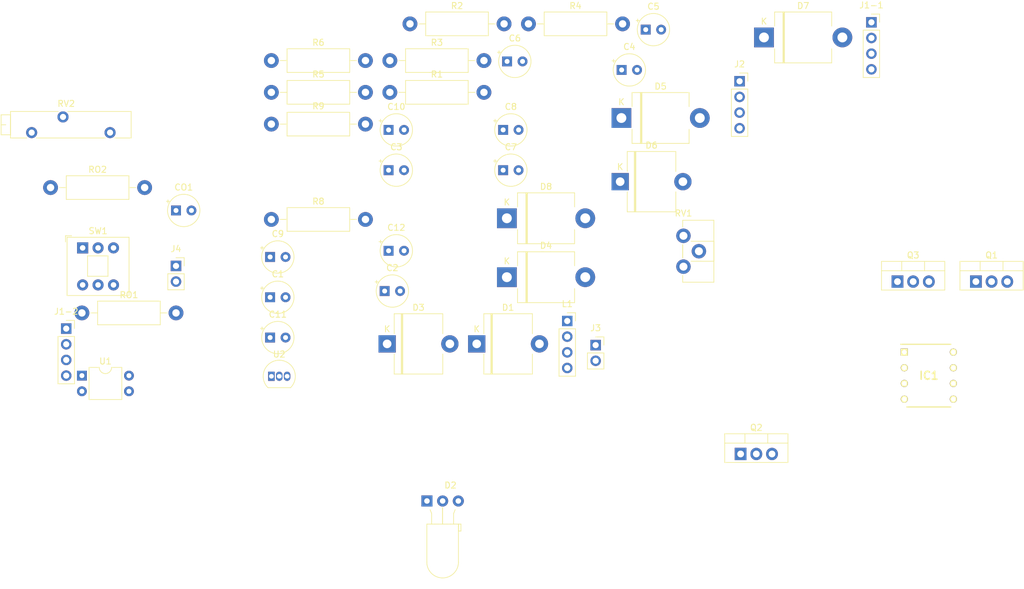
<source format=kicad_pcb>
(kicad_pcb (version 20211014) (generator pcbnew)
  (layers (0 "F.Cu" signal) (31 "B.Cu" signal) (34 "B.Paste" user) (35 "F.Paste" user) (36 "B.SilkS" user "B.Silkscreen") (37 "F.SilkS" user "F.Silkscreen") (38 "B.Mask" user) (39 "F.Mask" user) (44 "Edge.Cuts" user))
  (net 0 "")
  (net 1 "Net-(D1-Pad1)")
  (net 2 "GND")
  (net 3 "Net-(C6-Pad1)")
  (net 4 "Net-(IC1-Pad3)")
  (net 5 "+5V")
  (net 6 "Net-(R4-Pad1)")
  (net 7 "Net-(L1-Pad1)")
  (net 8 "Net-(CO1-Pad1)")
  (net 9 "Net-(CO1-Pad2)")
  (net 10 "Net-(R1-Pad2)")
  (net 11 "Net-(D3-Pad1)")
  (net 12 "Net-(D4-Pad2)")
  (net 13 "Net-(D4-Pad1)")
  (net 14 "Net-(D8-Pad1)")
  (net 15 "Net-(D6-Pad2)")
  (net 16 "Net-(R5-Pad1)")
  (net 17 "Net-(R8-Pad1)")
  (net 18 "Net-(R3-Pad1)")
  (net 19 "Net-(J1-2-Pad3)")
  (net 20 "Net-(U1-Pad4)")
  (net 21 "Net-(Q3-Pad2)")
  (net 22 "Net-(Q1-Pad2)")
  (net 23 "Net-(J4-Pad1)")
  (net 24 "Net-(U1-Pad2)")
  (net 25 "Net-(Q2-Pad1)")
  (net 26 "Net-(R6-Pad2)")
  (net 27 "Net-(R8-Pad2)")
  (net 28 "Net-(U1-Pad1)")
  (net 29 "Net-(U1-Pad3)")
  (net 30 "Net-(RV2-Pad2)")
  (footprint "Diode_THT:D_5KP_P10.16mm_Horizontal" (layer "F.Cu") (at 150.67 82.865)
    (fp_text reference "D6" (at 5.08 -5.885) (layer "F.SilkS"))
    (fp_text value "1N5819")
    (fp_text user "K" (at 0 -2.4) (layer "F.SilkS"))
    (fp_line (start 9.01 -4.885) (end 9.01 -1.64) (layer "F.SilkS") (width 0.12))
    (fp_line (start 1.15 -4.885) (end 9.01 -4.885) (layer "F.SilkS") (width 0.12))
    (fp_line (start 2.533 -4.885) (end 2.533 4.885) (layer "F.SilkS") (width 0.12))
    (fp_line (start 2.413 -4.885) (end 2.413 4.885) (layer "F.SilkS") (width 0.12))
    (fp_line (start 1.15 -1.64) (end 1.15 -4.885) (layer "F.SilkS") (width 0.12))
    (fp_line (start 1.15 4.885) (end 9.01 4.885) (layer "F.SilkS") (width 0.12))
    (fp_line (start 9.01 4.885) (end 9.01 1.64) (layer "F.SilkS") (width 0.12))
    (fp_line (start 2.293 -4.885) (end 2.293 4.885) (layer "F.SilkS") (width 0.12))
    (fp_line (start 1.15 1.64) (end 1.15 4.885) (layer "F.SilkS") (width 0.12))
    (pad "1" thru_hole rect (at 0 0) (size 2.8 2.8) (drill 1.4) (layers *.Cu *.Mask) (net 11 "Net-(D3-Pad1)"))
    (pad "2" thru_hole oval (at 10.16 0) (size 2.8 2.8) (drill 1.4) (layers *.Cu *.Mask) (net 15 "Net-(D6-Pad2)"))
  )
  (footprint "Capacitor_THT:CP_Radial_Tantal_D5.0mm_P2.50mm" (layer "F.Cu") (at 113.17 74.47)
    (fp_text reference "C10" (at 1.25 -3.75) (layer "F.SilkS"))
    (fp_text value "1uF")
    (fp_line (start -1.304775 -1.725) (end -1.304775 -1.225) (layer "F.SilkS") (width 0.12))
    (fp_line (start -1.554775 -1.475) (end -1.054775 -1.475) (layer "F.SilkS") (width 0.12))
    (fp_circle (center 1.25 0) (end 3.87 0) (layer "F.SilkS") (width 0.12) (fill none))
    (pad "1" thru_hole rect (at 0 0) (size 1.6 1.6) (drill 0.8) (layers *.Cu *.Mask) (net 3 "Net-(C6-Pad1)"))
    (pad "2" thru_hole circle (at 2.5 0) (size 1.6 1.6) (drill 0.8) (layers *.Cu *.Mask) (net 2 "GND"))
  )
  (footprint "ATTINY13-20PU:DIP794W56P254L959H533Q8N" (layer "F.Cu") (at 200.66 114.3)
    (fp_text reference "IC1" (at 0 0) (layer "F.SilkS") (effects (font (size 1.27 1.27) (thickness 0.254))))
    (fp_text value "ATTINY13-20PU" hide)
    (fp_line (start -4.548 -5.08) (end 3.556 -5.08) (layer "F.SilkS") (width 0.2))
    (fp_line (start -3.556 5.08) (end 3.556 5.08) (layer "F.SilkS") (width 0.2))
    (pad "1" thru_hole rect (at -3.969 -3.81 90) (size 1.159 1.159) (drill 0.759) (layers *.Cu *.Mask "F.SilkS") (net 5 "+5V"))
    (pad "2" thru_hole circle (at -3.969 -1.27 90) (size 1.159 1.159) (drill 0.759) (layers *.Cu *.Mask "F.SilkS") (net 6 "Net-(R4-Pad1)"))
    (pad "3" thru_hole circle (at -3.969 1.27 90) (size 1.159 1.159) (drill 0.759) (layers *.Cu *.Mask "F.SilkS") (net 4 "Net-(IC1-Pad3)"))
    (pad "4" thru_hole circle (at -3.969 3.81 90) (size 1.159 1.159) (drill 0.759) (layers *.Cu *.Mask "F.SilkS") (net 2 "GND"))
    (pad "5" thru_hole circle (at 3.969 3.81 90) (size 1.159 1.159) (drill 0.759) (layers *.Cu *.Mask "F.SilkS") (net 18 "Net-(R3-Pad1)"))
    (pad "6" thru_hole circle (at 3.969 1.27 90) (size 1.159 1.159) (drill 0.759) (layers *.Cu *.Mask "F.SilkS") (net 17 "Net-(R8-Pad1)"))
    (pad "7" thru_hole circle (at 3.969 -1.27 90) (size 1.159 1.159) (drill 0.759) (layers *.Cu *.Mask "F.SilkS") (net 16 "Net-(R5-Pad1)"))
    (pad "8" thru_hole circle (at 3.969 -3.81 90) (size 1.159 1.159) (drill 0.759) (layers *.Cu *.Mask "F.SilkS") (net 5 "+5V"))
  )
  (footprint "Package_TO_SOT_THT:TO-220-3_Vertical" (layer "F.Cu") (at 170.18 127)
    (fp_text reference "Q2" (at 2.54 -4.27) (layer "F.SilkS"))
    (fp_text value "IRLZ44N")
    (fp_line (start -2.58 -3.27) (end -2.58 1.371) (layer "F.SilkS") (width 0.12))
    (fp_line (start 0.69 -3.27) (end 0.69 -1.76) (layer "F.SilkS") (width 0.12))
    (fp_line (start -2.58 1.371) (end 7.66 1.371) (layer "F.SilkS") (width 0.12))
    (fp_line (start 7.66 -3.27) (end 7.66 1.371) (layer "F.SilkS") (width 0.12))
    (fp_line (start 4.391 -3.27) (end 4.391 -1.76) (layer "F.SilkS") (width 0.12))
    (fp_line (start -2.58 -3.27) (end 7.66 -3.27) (layer "F.SilkS") (width 0.12))
    (fp_line (start -2.58 -1.76) (end 7.66 -1.76) (layer "F.SilkS") (width 0.12))
    (pad "1" thru_hole rect (at 0 0) (size 1.905 2) (drill 1.1) (layers *.Cu *.Mask) (net 25 "Net-(Q2-Pad1)"))
    (pad "2" thru_hole oval (at 2.54 0) (size 1.905 2) (drill 1.1) (layers *.Cu *.Mask) (net 11 "Net-(D3-Pad1)"))
    (pad "3" thru_hole oval (at 5.08 0) (size 1.905 2) (drill 1.1) (layers *.Cu *.Mask) (net 2 "GND"))
  )
  (footprint "Capacitor_THT:CP_Radial_Tantal_D5.0mm_P2.50mm" (layer "F.Cu") (at 150.91 64.75)
    (fp_text reference "C4" (at 1.25 -3.75) (layer "F.SilkS"))
    (fp_text value "100nF")
    (fp_line (start -1.554775 -1.475) (end -1.054775 -1.475) (layer "F.SilkS") (width 0.12))
    (fp_line (start -1.304775 -1.725) (end -1.304775 -1.225) (layer "F.SilkS") (width 0.12))
    (fp_circle (center 1.25 0) (end 3.87 0) (layer "F.SilkS") (width 0.12) (fill none))
    (pad "1" thru_hole rect (at 0 0) (size 1.6 1.6) (drill 0.8) (layers *.Cu *.Mask) (net 5 "+5V"))
    (pad "2" thru_hole circle (at 2.5 0) (size 1.6 1.6) (drill 0.8) (layers *.Cu *.Mask) (net 2 "GND"))
  )
  (footprint "Capacitor_THT:CP_Radial_Tantal_D5.0mm_P2.50mm" (layer "F.Cu") (at 112.53 100.59)
    (fp_text reference "C2" (at 1.25 -3.75) (layer "F.SilkS"))
    (fp_text value "470uF")
    (fp_line (start -1.304775 -1.725) (end -1.304775 -1.225) (layer "F.SilkS") (width 0.12))
    (fp_line (start -1.554775 -1.475) (end -1.054775 -1.475) (layer "F.SilkS") (width 0.12))
    (fp_circle (center 1.25 0) (end 3.87 0) (layer "F.SilkS") (width 0.12) (fill none))
    (pad "1" thru_hole rect (at 0 0) (size 1.6 1.6) (drill 0.8) (layers *.Cu *.Mask) (net 3 "Net-(C6-Pad1)"))
    (pad "2" thru_hole circle (at 2.5 0) (size 1.6 1.6) (drill 0.8) (layers *.Cu *.Mask) (net 2 "GND"))
  )
  (footprint "Button_Switch_THT:SW_Push_2P2T_Toggle_CK_PVA2xxH1xxxxxxV2" (layer "F.Cu") (at 63.6175 93.5975)
    (fp_text reference "SW1" (at 2.5 -2.75) (layer "F.SilkS"))
    (fp_text value "SW_Push_DPDT")
    (fp_line (start 4.1 1.3) (end 0.8 1.3) (layer "F.SilkS") (width 0.12))
    (fp_line (start 7.52 7.72) (end 7.52 -1.72) (layer "F.SilkS") (width 0.12))
    (fp_line (start 4.1 1.3) (end 4.1 4.6) (layer "F.SilkS") (width 0.12))
    (fp_line (start 7.52 -1.72) (end -2.52 -1.72) (layer "F.SilkS") (width 0.12))
    (fp_line (start -2.77 -0.97) (end -2.77 -1.97) (layer "F.SilkS") (width 0.12))
    (fp_line (start -2.52 7.72) (end -2.52 -1.72) (layer "F.SilkS") (width 0.12))
    (fp_line (start 4.1 4.6) (end 0.8 4.6) (layer "F.SilkS") (width 0.12))
    (fp_line (start 7.52 7.72) (end -2.52 7.72) (layer "F.SilkS") (width 0.12))
    (fp_line (start -1.77 -1.97) (end -2.77 -1.97) (layer "F.SilkS") (width 0.12))
    (fp_line (start 0.8 1.3) (end 0.8 4.6) (layer "F.SilkS") (width 0.12))
    (pad "1" thru_hole rect (at 0 0) (size 1.8 1.8) (drill 0.9) (layers *.Cu *.Mask) (net 8 "Net-(CO1-Pad1)"))
    (pad "2" thru_hole circle (at 2.5 0) (size 1.8 1.8) (drill 0.9) (layers *.Cu *.Mask) (net 9 "Net-(CO1-Pad2)"))
    (pad "3" thru_hole circle (at 5 0) (size 1.8 1.8) (drill 0.9) (layers *.Cu *.Mask) (net 29 "Net-(U1-Pad3)"))
    (pad "4" thru_hole circle (at 0 6) (size 1.8 1.8) (drill 0.9) (layers *.Cu *.Mask) (net 30 "Net-(RV2-Pad2)"))
    (pad "5" thru_hole circle (at 2.5 6) (size 1.8 1.8) (drill 0.9) (layers *.Cu *.Mask) (net 19 "Net-(J1-2-Pad3)"))
    (pad "6" thru_hole circle (at 5 6) (size 1.8 1.8) (drill 0.9) (layers *.Cu *.Mask))
  )
  (footprint "Capacitor_THT:CP_Radial_Tantal_D5.0mm_P2.50mm" (layer "F.Cu") (at 131.72 81)
    (fp_text reference "C7" (at 1.25 -3.75) (layer "F.SilkS"))
    (fp_text value "470uF")
    (fp_line (start -1.304775 -1.725) (end -1.304775 -1.225) (layer "F.SilkS") (width 0.12))
    (fp_line (start -1.554775 -1.475) (end -1.054775 -1.475) (layer "F.SilkS") (width 0.12))
    (fp_circle (center 1.25 0) (end 3.87 0) (layer "F.SilkS") (width 0.12) (fill none))
    (pad "1" thru_hole rect (at 0 0) (size 1.6 1.6) (drill 0.8) (layers *.Cu *.Mask) (net 3 "Net-(C6-Pad1)"))
    (pad "2" thru_hole circle (at 2.5 0) (size 1.6 1.6) (drill 0.8) (layers *.Cu *.Mask) (net 2 "GND"))
  )
  (footprint "Resistor_THT:R_Axial_DIN0411_L9.9mm_D3.6mm_P15.24mm_Horizontal" (layer "F.Cu") (at 113.37 63.235)
    (fp_text reference "R3" (at 7.62 -2.92) (layer "F.SilkS"))
    (fp_text value "10k")
    (fp_line (start 12.69 1.92) (end 12.69 -1.92) (layer "F.SilkS") (width 0.12))
    (fp_line (start 1.44 0) (end 2.55 0) (layer "F.SilkS") (width 0.12))
    (fp_line (start 13.8 0) (end 12.69 0) (layer "F.SilkS") (width 0.12))
    (fp_line (start 2.55 1.92) (end 12.69 1.92) (layer "F.SilkS") (width 0.12))
    (fp_line (start 12.69 -1.92) (end 2.55 -1.92) (layer "F.SilkS") (width 0.12))
    (fp_line (start 2.55 -1.92) (end 2.55 1.92) (layer "F.SilkS") (width 0.12))
    (pad "1" thru_hole circle (at 0 0) (size 2.4 2.4) (drill 1.2) (layers *.Cu *.Mask) (net 18 "Net-(R3-Pad1)"))
    (pad "2" thru_hole oval (at 15.24 0) (size 2.4 2.4) (drill 1.2) (layers *.Cu *.Mask) (net 5 "+5V"))
  )
  (footprint "Potentiometer_THT:Potentiometer_Bourns_3005_Horizontal" (layer "F.Cu") (at 68.06 74.91)
    (fp_text reference "RV2" (at -7.11 -4.69) (layer "F.SilkS"))
    (fp_text value "-")
    (fp_line (start -16.121 -2.89) (end -16.121 0.35) (layer "F.SilkS") (width 0.12))
    (fp_line (start 0.77 0.88) (end 3.42 0.88) (layer "F.SilkS") (width 0.12))
    (fp_line (start -16.12 -3.42) (end -8.389 -3.42) (layer "F.SilkS") (width 0.12))
    (fp_line (start 3.42 -3.42) (end 3.42 0.88) (layer "F.SilkS") (width 0.12))
    (fp_line (start -6.85 -3.42) (end 3.42 -3.42) (layer "F.SilkS") (width 0.12))
    (fp_line (start -11.93 0.88) (end -0.769 0.88) (layer "F.SilkS") (width 0.12))
    (fp_line (start -16.12 0.88) (end -13.469 0.88) (layer "F.SilkS") (width 0.12))
    (fp_line (start -16.12 -3.42) (end -16.12 0.88) (layer "F.SilkS") (width 0.12))
    (fp_line (start -17.64 -2.89) (end -17.64 0.35) (layer "F.SilkS") (width 0.12))
    (fp_line (start -17.64 -2.89) (end -16.121 -2.89) (layer "F.SilkS") (width 0.12))
    (fp_line (start -17.64 -1.27) (end -16.881 -1.27) (layer "F.SilkS") (width 0.12))
    (fp_line (start -17.64 0.35) (end -16.121 0.35) (layer "F.SilkS") (width 0.12))
    (pad "1" thru_hole circle (at 0 0) (size 1.8 1.8) (drill 1) (layers *.Cu *.Mask) (net 9 "Net-(CO1-Pad2)"))
    (pad "2" thru_hole circle (at -7.62 -2.54) (size 1.8 1.8) (drill 1) (layers *.Cu *.Mask) (net 30 "Net-(RV2-Pad2)"))
    (pad "3" thru_hole circle (at -12.7 0) (size 1.8 1.8) (drill 1) (layers *.Cu *.Mask) (net 20 "Net-(U1-Pad4)"))
  )
  (footprint "Package_TO_SOT_THT:TO-220-3_Vertical" (layer "F.Cu") (at 208.28 99.06)
    (fp_text reference "Q1" (at 2.54 -4.27) (layer "F.SilkS"))
    (fp_text value "IRLZ44N")
    (fp_line (start -2.58 -3.27) (end -2.58 1.371) (layer "F.SilkS") (width 0.12))
    (fp_line (start -2.58 -1.76) (end 7.66 -1.76) (layer "F.SilkS") (width 0.12))
    (fp_line (start -2.58 1.371) (end 7.66 1.371) (layer "F.SilkS") (width 0.12))
    (fp_line (start 0.69 -3.27) (end 0.69 -1.76) (layer "F.SilkS") (width 0.12))
    (fp_line (start -2.58 -3.27) (end 7.66 -3.27) (layer "F.SilkS") (width 0.12))
    (fp_line (start 4.391 -3.27) (end 4.391 -1.76) (layer "F.SilkS") (width 0.12))
    (fp_line (start 7.66 -3.27) (end 7.66 1.371) (layer "F.SilkS") (width 0.12))
    (pad "1" thru_hole rect (at 0 0) (size 1.905 2) (drill 1.1) (layers *.Cu *.Mask) (net 15 "Net-(D6-Pad2)"))
    (pad "2" thru_hole oval (at 2.54 0) (size 1.905 2) (drill 1.1) (layers *.Cu *.Mask) (net 22 "Net-(Q1-Pad2)"))
    (pad "3" thru_hole oval (at 5.08 0) (size 1.905 2) (drill 1.1) (layers *.Cu *.Mask) (net 2 "GND"))
  )
  (footprint "Diode_THT:D_5KP_P10.16mm_Horizontal" (layer "F.Cu") (at 127.44 109.155)
    (fp_text reference "D1" (at 5.08 -5.885) (layer "F.SilkS"))
    (fp_text value "4148")
    (fp_text user "K" (at 0 -2.4) (layer "F.SilkS"))
    (fp_line (start 2.293 -4.885) (end 2.293 4.885) (layer "F.SilkS") (width 0.12))
    (fp_line (start 9.01 -4.885) (end 9.01 -1.64) (layer "F.SilkS") (width 0.12))
    (fp_line (start 2.533 -4.885) (end 2.533 4.885) (layer "F.SilkS") (width 0.12))
    (fp_line (start 1.15 1.64) (end 1.15 4.885) (layer "F.SilkS") (width 0.12))
    (fp_line (start 1.15 -1.64) (end 1.15 -4.885) (layer "F.SilkS") (width 0.12))
    (fp_line (start 1.15 4.885) (end 9.01 4.885) (layer "F.SilkS") (width 0.12))
    (fp_line (start 9.01 4.885) (end 9.01 1.64) (layer "F.SilkS") (width 0.12))
    (fp_line (start 1.15 -4.885) (end 9.01 -4.885) (layer "F.SilkS") (width 0.12))
    (fp_line (start 2.413 -4.885) (end 2.413 4.885) (layer "F.SilkS") (width 0.12))
    (pad "1" thru_hole rect (at 0 0) (size 2.8 2.8) (drill 1.4) (layers *.Cu *.Mask) (net 1 "Net-(D1-Pad1)"))
    (pad "2" thru_hole oval (at 10.16 0) (size 2.8 2.8) (drill 1.4) (layers *.Cu *.Mask) (net 10 "Net-(R1-Pad2)"))
  )
  (footprint "Connector_PinSocket_2.54mm:PinSocket_1x04_P2.54mm_Vertical" (layer "F.Cu") (at 142.1 105.445)
    (fp_text reference "L1" (at 0 -2.77) (layer "F.SilkS"))
    (fp_text value "L_Iron_Coupled_1243")
    (fp_line (start 0 -1.33) (end 1.33 -1.33) (layer "F.SilkS") (width 0.12))
    (fp_line (start -1.33 1.27) (end 1.33 1.27) (layer "F.SilkS") (width 0.12))
    (fp_line (start 1.33 1.27) (end 1.33 8.95) (layer "F.SilkS") (width 0.12))
    (fp_line (start -1.33 1.27) (end -1.33 8.95) (layer "F.SilkS") (width 0.12))
    (fp_line (start -1.33 8.95) (end 1.33 8.95) (layer "F.SilkS") (width 0.12))
    (fp_line (start 1.33 -1.33) (end 1.33 0) (layer "F.SilkS") (width 0.12))
    (pad "1" thru_hole rect (at 0 0) (size 1.7 1.7) (drill 1) (layers *.Cu *.Mask) (net 7 "Net-(L1-Pad1)"))
    (pad "2" thru_hole oval (at 0 2.54) (size 1.7 1.7) (drill 1) (layers *.Cu *.Mask) (net 2 "GND"))
    (pad "3" thru_hole oval (at 0 5.08) (size 1.7 1.7) (drill 1) (layers *.Cu *.Mask) (net 12 "Net-(D4-Pad2)"))
    (pad "4" thru_hole oval (at 0 7.62) (size 1.7 1.7) (drill 1) (layers *.Cu *.Mask) (net 15 "Net-(D6-Pad2)"))
  )
  (footprint "Capacitor_THT:CP_Radial_Tantal_D5.0mm_P2.50mm" (layer "F.Cu") (at 93.98 108.13)
    (fp_text reference "C11" (at 1.25 -3.75) (layer "F.SilkS"))
    (fp_text value "220uF")
    (fp_line (start -1.554775 -1.475) (end -1.054775 -1.475) (layer "F.SilkS") (width 0.12))
    (fp_line (start -1.304775 -1.725) (end -1.304775 -1.225) (layer "F.SilkS") (width 0.12))
    (fp_circle (center 1.25 0) (end 3.87 0) (layer "F.SilkS") (width 0.12) (fill none))
    (pad "1" thru_hole rect (at 0 0) (size 1.6 1.6) (drill 0.8) (layers *.Cu *.Mask) (net 5 "+5V"))
    (pad "2" thru_hole circle (at 2.5 0) (size 1.6 1.6) (drill 0.8) (layers *.Cu *.Mask) (net 2 "GND"))
  )
  (footprint "Capacitor_THT:CP_Radial_Tantal_D5.0mm_P2.50mm" (layer "F.Cu") (at 93.98 95.07)
    (fp_text reference "C9" (at 1.25 -3.75) (layer "F.SilkS"))
    (fp_text value "1uF")
    (fp_line (start -1.304775 -1.725) (end -1.304775 -1.225) (layer "F.SilkS") (width 0.12))
    (fp_line (start -1.554775 -1.475) (end -1.054775 -1.475) (layer "F.SilkS") (width 0.12))
    (fp_circle (center 1.25 0) (end 3.87 0) (layer "F.SilkS") (width 0.12) (fill none))
    (pad "1" thru_hole rect (at 0 0) (size 1.6 1.6) (drill 0.8) (layers *.Cu *.Mask) (net 3 "Net-(C6-Pad1)"))
    (pad "2" thru_hole circle (at 2.5 0) (size 1.6 1.6) (drill 0.8) (layers *.Cu *.Mask) (net 2 "GND"))
  )
  (footprint "Diode_THT:D_5KPW_P12.70mm_Horizontal" (layer "F.Cu") (at 132.32 88.795)
    (fp_text reference "D8" (at 6.35 -5.12) (layer "F.SilkS"))
    (fp_text value "15V")
    (fp_text user "K" (at 0 -2.6) (layer "F.SilkS"))
    (fp_line (start 3.08 -4.12) (end 3.08 4.12) (layer "F.SilkS") (width 0.12))
    (fp_line (start 1.73 -4.12) (end 10.97 -4.12) (layer "F.SilkS") (width 0.12))
    (fp_line (start 3.2 -4.12) (end 3.2 4.12) (layer "F.SilkS") (width 0.12))
    (fp_line (start 1.73 1.84) (end 1.73 4.12) (layer "F.SilkS") (width 0.12))
    (fp_line (start 1.73 -1.84) (end 1.73 -4.12) (layer "F.SilkS") (width 0.12))
    (fp_line (start 10.97 -4.12) (end 10.97 -1.84) (layer "F.SilkS") (width 0.12))
    (fp_line (start 1.73 4.12) (end 10.97 4.12) (layer "F.SilkS") (width 0.12))
    (fp_line (start 10.97 4.12) (end 10.97 1.84) (layer "F.SilkS") (width 0.12))
    (fp_line (start 3.32 -4.12) (end 3.32 4.12) (layer "F.SilkS") (width 0.12))
    (pad "1" thru_hole rect (at 0 0) (size 3.2 3.2) (drill 1.6) (layers *.Cu *.Mask) (net 14 "Net-(D8-Pad1)"))
    (pad "2" thru_hole oval (at 12.7 0) (size 3.2 3.2) (drill 1.6) (layers *.Cu *.Mask) (net 2 "GND"))
  )
  (footprint "Capacitor_THT:CP_Radial_Tantal_D5.0mm_P2.50mm" (layer "F.Cu") (at 131.72 74.47)
    (fp_text reference "C8" (at 1.25 -3.75) (layer "F.SilkS"))
    (fp_text value "1uF")
    (fp_line (start -1.304775 -1.725) (end -1.304775 -1.225) (layer "F.SilkS") (width 0.12))
    (fp_line (start -1.554775 -1.475) (end -1.054775 -1.475) (layer "F.SilkS") (width 0.12))
    (fp_circle (center 1.25 0) (end 3.87 0) (layer "F.SilkS") (width 0.12) (fill none))
    (pad "1" thru_hole rect (at 0 0) (size 1.6 1.6) (drill 0.8) (layers *.Cu *.Mask) (net 3 "Net-(C6-Pad1)"))
    (pad "2" thru_hole circle (at 2.5 0) (size 1.6 1.6) (drill 0.8) (layers *.Cu *.Mask) (net 2 "GND"))
  )
  (footprint "Potentiometer_THT:Potentiometer_ACP_CA9-H2,5_Horizontal" (layer "F.Cu") (at 160.92 91.635)
    (fp_text reference "RV1" (at 0 -3.65) (layer "F.SilkS"))
    (fp_text value "1k")
    (fp_line (start -0.121 -2.521) (end 4.92 -2.521) (layer "F.SilkS") (width 0.12))
    (fp_line (start -0.121 7.52) (end 4.92 7.52) (layer "F.SilkS") (width 0.12))
    (fp_line (start -0.121 6.425) (end -0.121 7.52) (layer "F.SilkS") (width 0.12))
    (fp_line (start -0.121 1.426) (end -0.121 3.575) (layer "F.SilkS") (width 0.12))
    (fp_line (start -0.121 -2.521) (end -0.121 -1.426) (layer "F.SilkS") (width 0.12))
    (fp_line (start -0.121 1.426) (end -0.121 3.575) (layer "F.SilkS") (width 0.12))
    (fp_line (start 4.92 -2.521) (end 4.92 7.52) (layer "F.SilkS") (width 0.12))
    (fp_line (start 1.237 0.88) (end 4.92 0.88) (layer "F.SilkS") (width 0.12))
    (fp_line (start 4.92 0.88) (end 4.92 4.12) (layer "F.SilkS") (width 0.12))
    (fp_line (start 1.237 4.12) (end 4.92 4.12) (layer "F.SilkS") (width 0.12))
    (pad "1" thru_hole circle (at 0 0) (size 2.34 2.34) (drill 1.3) (layers *.Cu *.Mask) (net 5 "+5V"))
    (pad "2" thru_hole circle (at 2.5 2.5) (size 2.34 2.34) (drill 1.3) (layers *.Cu *.Mask) (net 26 "Net-(R6-Pad2)"))
    (pad "3" thru_hole circle (at 0 5) (size 2.34 2.34) (drill 1.3) (layers *.Cu *.Mask) (net 2 "GND"))
  )
  (footprint "Connector_PinSocket_2.54mm:PinSocket_1x04_P2.54mm_Vertical" (layer "F.Cu") (at 60.96 106.68)
    (fp_text reference "J1-2" (at 0 -2.77) (layer "F.SilkS"))
    (fp_text value "INPUT 2")
    (fp_line (start -1.33 1.27) (end 1.33 1.27) (layer "F.SilkS") (width 0.12))
    (fp_line (start 1.33 1.27) (end 1.33 8.95) (layer "F.SilkS") (width 0.12))
    (fp_line (start -1.33 1.27) (end -1.33 8.95) (layer "F.SilkS") (width 0.12))
    (fp_line (start 1.33 -1.33) (end 1.33 0) (layer "F.SilkS") (width 0.12))
    (fp_line (start 0 -1.33) (end 1.33 -1.33) (layer "F.SilkS") (width 0.12))
    (fp_line (start -1.33 8.95) (end 1.33 8.95) (layer "F.SilkS") (width 0.12))
    (pad "1" thru_hole rect (at 0 0) (size 1.7 1.7) (drill 1) (layers *.Cu *.Mask) (net 8 "Net-(CO1-Pad1)"))
    (pad "2" thru_hole oval (at 0 2.54) (size 1.7 1.7) (drill 1) (layers *.Cu *.Mask) (net 9 "Net-(CO1-Pad2)"))
    (pad "3" thru_hole oval (at 0 5.08) (size 1.7 1.7) (drill 1) (layers *.Cu *.Mask) (net 19 "Net-(J1-2-Pad3)"))
    (pad "4" thru_hole oval (at 0 7.62) (size 1.7 1.7) (drill 1) (layers *.Cu *.Mask) (net 20 "Net-(U1-Pad4)"))
  )
  (footprint "Capacitor_THT:CP_Radial_Tantal_D5.0mm_P2.50mm" (layer "F.Cu") (at 113.17 94.06)
    (fp_text reference "C12" (at 1.25 -3.75) (layer "F.SilkS"))
    (fp_text value "tun")
    (fp_line (start -1.304775 -1.725) (end -1.304775 -1.225) (layer "F.SilkS") (width 0.12))
    (fp_line (start -1.554775 -1.475) (end -1.054775 -1.475) (layer "F.SilkS") (width 0.12))
    (fp_circle (center 1.25 0) (end 3.87 0) (layer "F.SilkS") (width 0.12) (fill none))
    (pad "1" thru_hole rect (at 0 0) (size 1.6 1.6) (drill 0.8) (layers *.Cu *.Mask) (net 7 "Net-(L1-Pad1)"))
    (pad "2" thru_hole circle (at 2.5 0) (size 1.6 1.6) (drill 0.8) (layers *.Cu *.Mask) (net 2 "GND"))
  )
  (footprint "Resistor_THT:R_Axial_DIN0411_L9.9mm_D3.6mm_P15.24mm_Horizontal" (layer "F.Cu") (at 116.63 57.285)
    (fp_text reference "R2" (at 7.62 -2.92) (layer "F.SilkS"))
    (fp_text value "10k")
    (fp_line (start 1.44 0) (end 2.55 0) (layer "F.SilkS") (width 0.12))
    (fp_line (start 12.69 -1.92) (end 2.55 -1.92) (layer "F.SilkS") (width 0.12))
    (fp_line (start 2.55 1.92) (end 12.69 1.92) (layer "F.SilkS") (width 0.12))
    (fp_line (start 2.55 -1.92) (end 2.55 1.92) (layer "F.SilkS") (width 0.12))
    (fp_line (start 13.8 0) (end 12.69 0) (layer "F.SilkS") (width 0.12))
    (fp_line (start 12.69 1.92) (end 12.69 -1.92) (layer "F.SilkS") (width 0.12))
    (pad "1" thru_hole circle (at 0 0) (size 2.4 2.4) (drill 1.2) (layers *.Cu *.Mask) (net 4 "Net-(IC1-Pad3)"))
    (pad "2" thru_hole oval (at 15.24 0) (size 2.4 2.4) (drill 1.2) (layers *.Cu *.Mask) (net 2 "GND"))
  )
  (footprint "Connector_PinSocket_2.54mm:PinSocket_1x02_P2.54mm_Vertical" (layer "F.Cu") (at 78.74 96.52)
    (fp_text reference "J4" (at 0 -2.77) (layer "F.SilkS"))
    (fp_text value "OPT")
    (fp_line (start 0 -1.33) (end 1.33 -1.33) (layer "F.SilkS") (width 0.12))
    (fp_line (start -1.33 1.27) (end -1.33 3.87) (layer "F.SilkS") (width 0.12))
    (fp_line (start 1.33 -1.33) (end 1.33 0) (layer "F.SilkS") (width 0.12))
    (fp_line (start 1.33 1.27) (end 1.33 3.87) (layer "F.SilkS") (width 0.12))
    (fp_line (start -1.33 3.87) (end 1.33 3.87) (layer "F.SilkS") (width 0.12))
    (fp_line (start -1.33 1.27) (end 1.33 1.27) (layer "F.SilkS") (width 0.12))
    (pad "1" thru_hole rect (at 0 0) (size 1.7 1.7) (drill 1) (layers *.Cu *.Mask) (net 23 "Net-(J4-Pad1)"))
    (pad "2" thru_hole oval (at 0 2.54) (size 1.7 1.7) (drill 1) (layers *.Cu *.Mask) (net 24 "Net-(U1-Pad2)"))
  )
  (footprint "Package_DIP:DIP-4_W7.62mm" (layer "F.Cu") (at 63.5 114.3)
    (fp_text reference "U1" (at 3.81 -2.33) (layer "F.SilkS"))
    (fp_text value "EL817")
    (fp_line (start 2.81 -1.33) (end 1.16 -1.33) (layer "F.SilkS") (width 0.12))
    (fp_line (start 1.16 -1.33) (end 1.16 3.87) (layer "F.SilkS") (width 0.12))
    (fp_line (start 6.46 -1.33) (end 4.81 -1.33) (layer "F.SilkS") (width 0.12))
    (fp_line (start 1.16 3.87) (end 6.46 3.87) (layer "F.SilkS") (width 0.12))
    (fp_line (start 6.46 3.87) (end 6.46 -1.33) (layer "F.SilkS") (width 0.12))
    (fp_arc (start 4.81 -1.33) (mid 3.81 -0.33) (end 2.81 -1.33) (layer "F.SilkS") (width 0.12))
    (pad "1" thru_hole rect (at 0 0) (size 1.6 1.6) (drill 0.8) (layers *.Cu *.Mask) (net 28 "Net-(U1-Pad1)"))
    (pad "2" thru_hole oval (at 0 2.54) (size 1.6 1.6) (drill 0.8) (layers *.Cu *.Mask) (net 24 "Net-(U1-Pad2)"))
    (pad "3" thru_hole oval (at 7.62 2.54) (size 1.6 1.6) (drill 0.8) (layers *.Cu *.Mask) (net 29 "Net-(U1-Pad3)"))
    (pad "4" thru_hole oval (at 7.62 0) (size 1.6 1.6) (drill 0.8) (layers *.Cu *.Mask) (net 20 "Net-(U1-Pad4)"))
  )
  (footprint "Capacitor_THT:CP_Radial_Tantal_D5.0mm_P2.50mm" (layer "F.Cu") (at 132.36 63.37)
    (fp_text reference "C6" (at 1.25 -3.75) (layer "F.SilkS"))
    (fp_text value "470uF")
    (fp_line (start -1.554775 -1.475) (end -1.054775 -1.475) (layer "F.SilkS") (width 0.12))
    (fp_line (start -1.304775 -1.725) (end -1.304775 -1.225) (layer "F.SilkS") (width 0.12))
    (fp_circle (center 1.25 0) (end 3.87 0) (layer "F.SilkS") (width 0.12) (fill none))
    (pad "1" thru_hole rect (at 0 0) (size 1.6 1.6) (drill 0.8) (layers *.Cu *.Mask) (net 3 "Net-(C6-Pad1)"))
    (pad "2" thru_hole circle (at 2.5 0) (size 1.6 1.6) (drill 0.8) (layers *.Cu *.Mask) (net 2 "GND"))
  )
  (footprint "Capacitor_THT:CP_Radial_Tantal_D5.0mm_P2.50mm" (layer "F.Cu") (at 113.17 81)
    (fp_text reference "C3" (at 1.25 -3.75) (layer "F.SilkS"))
    (fp_text value "100pf")
    (fp_line (start -1.554775 -1.475) (end -1.054775 -1.475) (layer "F.SilkS") (width 0.12))
    (fp_line (start -1.304775 -1.725) (end -1.304775 -1.225) (layer "F.SilkS") (width 0.12))
    (fp_circle (center 1.25 0) (end 3.87 0) (layer "F.SilkS") (width 0.12) (fill none))
    (pad "1" thru_hole rect (at 0 0) (size 1.6 1.6) (drill 0.8) (layers *.Cu *.Mask) (net 4 "Net-(IC1-Pad3)"))
    (pad "2" thru_hole circle (at 2.5 0) (size 1.6 1.6) (drill 0.8) (layers *.Cu *.Mask) (net 2 "GND"))
  )
  (footprint "Connector_PinSocket_2.54mm:PinSocket_1x02_P2.54mm_Vertical" (layer "F.Cu") (at 146.7 109.355)
    (fp_text reference "J3" (at 0 -2.77) (layer "F.SilkS"))
    (fp_text value "POWER")
    (fp_line (start -1.33 3.87) (end 1.33 3.87) (layer "F.SilkS") (width 0.12))
    (fp_line (start 0 -1.33) (end 1.33 -1.33) (layer "F.SilkS") (width 0.12))
    (fp_line (start -1.33 1.27) (end -1.33 3.87) (layer "F.SilkS") (width 0.12))
    (fp_line (start 1.33 -1.33) (end 1.33 0) (layer "F.SilkS") (width 0.12))
    (fp_line (start 1.33 1.27) (end 1.33 3.87) (layer "F.SilkS") (width 0.12))
    (fp_line (start -1.33 1.27) (end 1.33 1.27) (layer "F.SilkS") (width 0.12))
    (pad "1" thru_hole rect (at 0 0) (size 1.7 1.7) (drill 1) (layers *.Cu *.Mask) (net 2 "GND"))
    (pad "2" thru_hole oval (at 0 2.54) (size 1.7 1.7) (drill 1) (layers *.Cu *.Mask) (net 3 "Net-(C6-Pad1)"))
  )
  (footprint "Resistor_THT:R_Axial_DIN0411_L9.9mm_D3.6mm_P15.24mm_Horizontal" (layer "F.Cu") (at 94.18 88.985)
    (fp_text reference "R8" (at 7.62 -2.92) (layer "F.SilkS"))
    (fp_text value "2,7k")
    (fp_line (start 2.55 -1.92) (end 2.55 1.92) (layer "F.SilkS") (width 0.12))
    (fp_line (start 12.69 -1.92) (end 2.55 -1.92) (layer "F.SilkS") (width 0.12))
    (fp_line (start 12.69 1.92) (end 12.69 -1.92) (layer "F.SilkS") (width 0.12))
    (fp_line (start 13.8 0) (end 12.69 0) (layer "F.SilkS") (width 0.12))
    (fp_line (start 1.44 0) (end 2.55 0) (layer "F.SilkS") (width 0.12))
    (fp_line (start 2.55 1.92) (end 12.69 1.92) (layer "F.SilkS") (width 0.12))
    (pad "1" thru_hole circle (at 0 0) (size 2.4 2.4) (drill 1.2) (layers *.Cu *.Mask) (net 17 "Net-(R8-Pad1)"))
    (pad "2" thru_hole oval (at 15.24 0) (size 2.4 2.4) (drill 1.2) (layers *.Cu *.Mask) (net 27 "Net-(R8-Pad2)"))
  )
  (footprint "Capacitor_THT:CP_Radial_Tantal_D5.0mm_P2.50mm" (layer "F.Cu") (at 93.98 101.6)
    (fp_text reference "C1" (at 1.25 -3.75) (layer "F.SilkS"))
    (fp_text value "1uF")
    (fp_line (start -1.304775 -1.725) (end -1.304775 -1.225) (layer "F.SilkS") (width 0.12))
    (fp_line (start -1.554775 -1.475) (end -1.054775 -1.475) (layer "F.SilkS") (width 0.12))
    (fp_circle (center 1.25 0) (end 3.87 0) (layer "F.SilkS") (width 0.12) (fill none))
    (pad "1" thru_hole rect (at 0 0) (size 1.6 1.6) (drill 0.8) (layers *.Cu *.Mask) (net 1 "Net-(D1-Pad1)"))
    (pad "2" thru_hole circle (at 2.5 0) (size 1.6 1.6) (drill 0.8) (layers *.Cu *.Mask) (net 2 "GND"))
  )
  (footprint "Resistor_THT:R_Axial_DIN0411_L9.9mm_D3.6mm_P15.24mm_Horizontal" (layer "F.Cu") (at 135.82 57.285)
    (fp_text reference "R4" (at 7.62 -2.92) (layer "F.SilkS"))
    (fp_text value "47k")
    (fp_line (start 1.44 0) (end 2.55 0) (layer "F.SilkS") (width 0.12))
    (fp_line (start 2.55 1.92) (end 12.69 1.92) (layer "F.SilkS") (width 0.12))
    (fp_line (start 2.55 -1.92) (end 2.55 1.92) (layer "F.SilkS") (width 0.12))
    (fp_line (start 12.69 1.92) (end 12.69 -1.92) (layer "F.SilkS") (width 0.12))
    (fp_line (start 13.8 0) (end 12.69 0) (layer "F.SilkS") (width 0.12))
    (fp_line (start 12.69 -1.92) (end 2.55 -1.92) (layer "F.SilkS") (width 0.12))
    (pad "1" thru_hole circle (at 0 0) (size 2.4 2.4) (drill 1.2) (layers *.Cu *.Mask) (net 6 "Net-(R4-Pad1)"))
    (pad "2" thru_hole oval (at 15.24 0) (size 2.4 2.4) (drill 1.2) (layers *.Cu *.Mask) (net 16 "Net-(R5-Pad1)"))
  )
  (footprint "Resistor_THT:R_Axial_DIN0411_L9.9mm_D3.6mm_P15.24mm_Horizontal" (layer "F.Cu") (at 94.18 68.385)
    (fp_text reference "R5" (at 7.62 -2.92) (layer "F.SilkS"))
    (fp_text value "100")
    (fp_line (start 2.55 -1.92) (end 2.55 1.92) (layer "F.SilkS") (width 0.12))
    (fp_line (start 1.44 0) (end 2.55 0) (layer "F.SilkS") (width 0.12))
    (fp_line (start 2.55 1.92) (end 12.69 1.92) (layer "F.SilkS") (width 0.12))
    (fp_line (start 13.8 0) (end 12.69 0) (layer "F.SilkS") (width 0.12))
    (fp_line (start 12.69 1.92) (end 12.69 -1.92) (layer "F.SilkS") (width 0.12))
    (fp_line (start 12.69 -1.92) (end 2.55 -1.92) (layer "F.SilkS") (width 0.12))
    (pad "1" thru_hole circle (at 0 0) (size 2.4 2.4) (drill 1.2) (layers *.Cu *.Mask) (net 16 "Net-(R5-Pad1)"))
    (pad "2" thru_hole oval (at 15.24 0) (size 2.4 2.4) (drill 1.2) (layers *.Cu *.Mask) (net 25 "Net-(Q2-Pad1)"))
  )
  (footprint "Resistor_THT:R_Axial_DIN0411_L9.9mm_D3.6mm_P15.24mm_Horizontal" (layer "F.Cu") (at 63.5 104.14)
    (fp_text reference "RO1" (at 7.62 -2.92) (layer "F.SilkS"))
    (fp_text value "R")
    (fp_line (start 12.69 1.92) (end 12.69 -1.92) (layer "F.SilkS") (width 0.12))
    (fp_line (start 12.69 -1.92) (end 2.55 -1.92) (layer "F.SilkS") (width 0.12))
    (fp_line (start 2.55 1.92) (end 12.69 1.92) (layer "F.SilkS") (width 0.12))
    (fp_line (start 13.8 0) (end 12.69 0) (layer "F.SilkS") (width 0.12))
    (fp_line (start 2.55 -1.92) (end 2.55 1.92) (layer "F.SilkS") (width 0.12))
    (fp_line (start 1.44 0) (end 2.55 0) (layer "F.SilkS") (width 0.12))
    (pad "1" thru_hole circle (at 0 0) (size 2.4 2.4) (drill 1.2) (layers *.Cu *.Mask) (net 23 "Net-(J4-Pad1)"))
    (pad "2" thru_hole oval (at 15.24 0) (size 2.4 2.4) (drill 1.2) (layers *.Cu *.Mask) (net 28 "Net-(U1-Pad1)"))
  )
  (footprint "Connector_PinSocket_2.54mm:PinSocket_1x04_P2.54mm_Vertical" (layer "F.Cu") (at 170.01 66.585)
    (fp_text reference "J2" (at 0 -2.77) (layer "F.SilkS"))
    (fp_text value "COILS")
    (fp_line (start -1.33 1.27) (end -1.33 8.95) (layer "F.SilkS") (width 0.12))
    (fp_line (start 0 -1.33) (end 1.33 -1.33) (layer "F.SilkS") (width 0.12))
    (fp_line (start 1.33 -1.33) (end 1.33 0) (layer "F.SilkS") (width 0.12))
    (fp_line (start -1.33 1.27) (end 1.33 1.27) (layer "F.SilkS") (width 0.12))
    (fp_line (start -1.33 8.95) (end 1.33 8.95) (layer "F.SilkS") (width 0.12))
    (fp_line (start 1.33 1.27) (end 1.33 8.95) (layer "F.SilkS") (width 0.12))
    (pad "1" thru_hole rect (at 0 0) (size 1.7 1.7) (drill 1) (layers *.Cu *.Mask) (net 21 "Net-(Q3-Pad2)"))
    (pad "2" thru_hole oval (at 0 2.54) (size 1.7 1.7) (drill 1) (layers *.Cu *.Mask) (net 3 "Net-(C6-Pad1)"))
    (pad "3" thru_hole oval (at 0 5.08) (size 1.7 1.7) (drill 1) (layers *.Cu *.Mask) (net 22 "Net-(Q1-Pad2)"))
    (pad "4" thru_hole oval (at 0 7.62) (size 1.7 1.7) (drill 1) (layers *.Cu *.Mask) (net 7 "Net-(L1-Pad1)"))
  )
  (footprint "LED_THT:LED_D5.0mm-3_Horizontal_O3.81mm_Z3.0mm" (layer "F.Cu") (at 119.38 134.62)
    (fp_text reference "D2" (at 3.81 -2.54) (layer "F.SilkS"))
    (fp_text value "LED")
    (fp_line (start 2.54 3.75) (end 2.54 1.08) (layer "F.SilkS") (width 0.12))
    (fp_line (start -0.02 3.75) (end 5.1 3.75) (layer "F.SilkS") (width 0.12))
    (fp_line (start 2.54 1.08) (end 2.54 3.75) (layer "F.SilkS") (width 0.12))
    (fp_line (start 5.1 4.87) (end 5.1 3.75) (layer "F.SilkS") (width 0.12))
    (fp_line (start 2.54 1.08) (end 2.54 1.08) (layer "F.SilkS") (width 0.12))
    (fp_line (start 5.1 3.75) (end 5.5 3.75) (layer "F.SilkS") (width 0.12))
    (fp_line (start 5.5 3.75) (end 5.5 4.87) (layer "F.SilkS") (width 0.12))
    (fp_line (start 0.762 2.032) (end 0.762 3.75) (layer "F.SilkS") (width 0.12))
    (fp_line (start 4.318 2.032) (end 4.572 1.397) (layer "F.SilkS") (width 0.12))
    (fp_line (start 1.27 3.75) (end 1.27 3.75) (layer "F.SilkS") (width 0.12))
    (fp_line (start 4.318 3.75) (end 4.318 2.032) (layer "F.SilkS") (width 0.12))
    (fp_line (start 3.81 3.75) (end 3.81 3.75) (layer "F.SilkS") (width 0.12))
    (fp_line (start 5.1 3.75) (end 5.1 9.91) (layer "F.SilkS") (width 0.12))
    (fp_line (start 0.762 2.032) (end 0.508 1.397) (layer "F.SilkS") (width 0.12))
    (fp_line (start -0.02 3.75) (end -0.02 9.91) (layer "F.SilkS") (width 0.12))
    (fp_line (start 5.5 4.87) (end 5.1 4.87) (layer "F.SilkS") (width 0.12))
    (fp_arc (start 5.1 9.91) (mid 2.54 12.47) (end -0.02 9.91) (layer "F.SilkS") (width 0.12))
    (pad "1" thru_hole rect (at 0 0) (size 1.8 1.8) (drill 0.9) (layers *.Cu *.Mask) (net 2 "GND"))
    (pad "2" thru_hole circle (at 2.54 0) (size 1.8 1.8) (drill 0.9) (layers *.Cu *.Mask) (net 27 "Net-(R8-Pad2)"))
    (pad "3" thru_hole circle (at 5.08 0) (size 1.8 1.8) (drill 0.9) (layers *.Cu *.Mask))
  )
  (footprint "Connector_PinSocket_2.54mm:PinSocket_1x04_P2.54mm_Vertical" (layer "F.Cu") (at 191.36 57.035)
    (fp_text reference "J1-1" (at 0 -2.77) (layer "F.SilkS"))
    (fp_text value "INPUT 1")
    (fp_line (start 1.33 -1.33) (end 1.33 0) (layer "F.SilkS") (width 0.12))
    (fp_line (start -1.33 1.27) (end 1.33 1.27) (layer "F.SilkS") (width 0.12))
    (fp_line (start 1.33 1.27) (end 1.33 8.95) (layer "F.SilkS") (width 0.12))
    (fp_line (start -1.33 1.27) (end -1.33 8.95) (layer "F.SilkS") (width 0.12))
    (fp_line (start -1.33 8.95) (end 1.33 8.95) (layer "F.SilkS") (width 0.12))
    (fp_line (start 0 -1.33) (end 1.33 -1.33) (layer "F.SilkS") (width 0.12))
    (pad "1" thru_hole rect (at 0 0) (size 1.7 1.7) (drill 1) (layers *.Cu *.Mask) (net 18 "Net-(R3-Pad1)"))
    (pad "2" thru_hole oval (at 0 2.54) (size 1.7 1.7) (drill 1) (layers *.Cu *.Mask) (net 2 "GND"))
    (pad "3" thru_hole oval (at 0 5.08) (size 1.7 1.7) (drill 1) (layers *.Cu *.Mask) (net 4 "Net-(IC1-Pad3)"))
    (pad "4" thru_hole oval (at 0 7.62) (size 1.7 1.7) (drill 1) (layers *.Cu *.Mask) (net 5 "+5V"))
  )
  (footprint "Diode_THT:D_5KPW_P12.70mm_Horizontal" (layer "F.Cu") (at 150.87 72.545)
    (fp_text reference "D5" (at 6.35 -5.12) (layer "F.SilkS"))
    (fp_text value "10V")
    (fp_text user "K" (at 0 -2.6) (layer "F.SilkS"))
    (fp_line (start 3.08 -4.12) (end 3.08 4.12) (layer "F.SilkS") (width 0.12))
    (fp_line (start 10.97 -4.12) (end 10.97 -1.84) (layer "F.SilkS") (width 0.12))
    (fp_line (start 10.97 4.12) (end 10.97 1.84) (layer "F.SilkS") (width 0.12))
    (fp_line (start 3.2 -4.12) (end 3.2 4.12) (layer "F.SilkS") (width 0.12))
    (fp_line (start 3.32 -4.12) (end 3.32 4.12) (layer "F.SilkS") (width 0.12))
    (fp_line (start 1.73 -4.12) (end 10.97 -4.12) (layer "F.SilkS") (width 0.12))
    (fp_line (start 1.73 1.84) (end 1.73 4.12) (layer "F.SilkS") (width 0.12))
    (fp_line (start 1.73 4.12) (end 10.97 4.12) (layer "F.SilkS") (width 0.12))
    (fp_line (start 1.73 -1.84) (end 1.73 -4.12) (layer "F.SilkS") (width 0.12))
    (pad "1" thru_hole rect (at 0 0) (size 3.2 3.2) (drill 1.6) (layers *.Cu *.Mask) (net 14 "Net-(D8-Pad1)"))
    (pad "2" thru_hole oval (at 12.7 0) (size 3.2 3.2) (drill 1.6) (layers *.Cu *.Mask) (net 15 "Net-(D6-Pad2)"))
  )
  (footprint "Diode_THT:D_5KP_P10.16mm_Horizontal" (layer "F.Cu") (at 112.93 109.155)
    (fp_text reference "D3" (at 5.08 -5.885) (layer "F.SilkS"))
    (fp_text value "1N5819")
    (fp_text user "K" (at 0 -2.4) (layer "F.SilkS"))
    (fp_line (start 1.15 4.885) (end 9.01 4.885) (layer "F.SilkS") (width 0.12))
    (fp_line (start 1.15 1.64) (end 1.15 4.885) (layer "F.SilkS") (width 0.12))
    (fp_line (start 2.293 -4.885) (end 2.293 4.885) (layer "F.SilkS") (width 0.12))
    (fp_line (start 1.15 -1.64) (end 1.15 -4.885) (layer "F.SilkS") (width 0.12))
    (fp_line (start 9.01 4.885) (end 9.01 1.64) (layer "F.SilkS") (width 0.12))
    (fp_line (start 1.15 -4.885) (end 9.01 -4.885) (layer "F.SilkS") (width 0.12))
    (fp_line (start 9.01 -4.885) (end 9.01 -1.64) (layer "F.SilkS") (width 0.12))
    (fp_line (start 2.533 -4.885) (end 2.533 4.885) (layer "F.SilkS") (width 0.12))
    (fp_line (start 2.413 -4.885) (end 2.413 4.885) (layer "F.SilkS") (width 0.12))
    (pad "1" thru_hole rect (at 0 0) (size 2.8 2.8) (drill 1.4) (layers *.Cu *.Mask) (net 11 "Net-(D3-Pad1)"))
    (pad "2" thru_hole oval (at 10.16 0) (size 2.8 2.8) (drill 1.4) (layers *.Cu *.Mask) (net 12 "Net-(D4-Pad2)"))
  )
  (footprint "Diode_THT:D_5KPW_P12.70mm_Horizontal" (layer "F.Cu") (at 132.32 98.345)
    (fp_text reference "D4" (at 6.35 -5.12) (layer "F.SilkS"))
    (fp_text value "10V")
    (fp_text user "K" (at 0 -2.6) (layer "F.SilkS"))
    (fp_line (start 3.08 -4.12) (end 3.08 4.12) (layer "F.SilkS") (width 0.12))
    (fp_line (start 1.73 -1.84) (end 1.73 -4.12) (layer "F.SilkS") (width 0.12))
    (fp_line (start 1.73 4.12) (end 10.97 4.12) (layer "F.SilkS") (width 0.12))
    (fp_line (start 3.32 -4.12) (end 3.32 4.12) (layer "F.SilkS") (width 0.12))
    (fp_line (start 10.97 4.12) (end 10.97 1.84) (layer "F.SilkS") (width 0.12))
    (fp_line (start 10.97 -4.12) (end 10.97 -1.84) (layer "F.SilkS") (width 0.12))
    (fp_line (start 1.73 -4.12) (end 10.97 -4.12) (layer "F.SilkS") (width 0.12))
    (fp_line (start 1.73 1.84) (end 1.73 4.12) (layer "F.SilkS") (width 0.12))
    (fp_line (start 3.2 -4.12) (end 3.2 4.12) (layer "F.SilkS") (width 0.12))
    (pad "1" thru_hole rect (at 0 0) (size 3.2 3.2) (drill 1.6) (layers *.Cu *.Mask) (net 13 "Net-(D4-Pad1)"))
    (pad "2" thru_hole oval (at 12.7 0) (size 3.2 3.2) (drill 1.6) (layers *.Cu *.Mask) (net 12 "Net-(D4-Pad2)"))
  )
  (footprint "Resistor_THT:R_Axial_DIN0411_L9.9mm_D3.6mm_P15.24mm_Horizontal" (layer "F.Cu") (at 94.18 63.235)
    (fp_text reference "R6" (at 7.62 -2.92) (layer "F.SilkS"))
    (fp_text value "200")
    (fp_line (start 2.55 1.92) (end 12.69 1.92) (layer "F.SilkS") (width 0.12))
    (fp_line (start 2.55 -1.92) (end 2.55 1.92) (layer "F.SilkS") (width 0.12))
    (fp_line (start 12.69 -1.92) (end 2.55 -1.92) (layer "F.SilkS") (width 0.12))
    (fp_line (start 12.69 1.92) (end 12.69 -1.92) (layer "F.SilkS") (width 0.12))
    (fp_line (start 13.8 0) (end 12.69 0) (layer "F.SilkS") (width 0.12))
    (fp_line (start 1.44 0) (end 2.55 0) (layer "F.SilkS") (width 0.12))
    (pad "1" thru_hole circle (at 0 0) (size 2.4 2.4) (drill 1.2) (layers *.Cu *.Mask) (net 15 "Net-(D6-Pad2)"))
    (pad "2" thru_hole oval (at 15.24 0) (size 2.4 2.4) (drill 1.2) (layers *.Cu *.Mask) (net 26 "Net-(R6-Pad2)"))
  )
  (footprint "Resistor_THT:R_Axial_DIN0411_L9.9mm_D3.6mm_P15.24mm_Horizontal" (layer "F.Cu") (at 58.42 83.82)
    (fp_text reference "RO2" (at 7.62 -2.92) (layer "F.SilkS"))
    (fp_text value "R")
    (fp_line (start 2.55 1.92) (end 12.69 1.92) (layer "F.SilkS") (width 0.12))
    (fp_line (start 13.8 0) (end 12.69 0) (layer "F.SilkS") (width 0.12))
    (fp_line (start 12.69 1.92) (end 12.69 -1.92) (layer "F.SilkS") (width 0.12))
    (fp_line (start 2.55 -1.92) (end 2.55 1.92) (layer "F.SilkS") (width 0.12))
    (fp_line (start 12.69 -1.92) (end 2.55 -1.92) (layer "F.SilkS") (width 0.12))
    (fp_line (start 1.44 0) (end 2.55 0) (layer "F.SilkS") (width 0.12))
    (pad "1" thru_hole circle (at 0 0) (size 2.4 2.4) (drill 1.2) (layers *.Cu *.Mask) (net 29 "Net-(U1-Pad3)"))
    (pad "2" thru_hole oval (at 15.24 0) (size 2.4 2.4) (drill 1.2) (layers *.Cu *.Mask) (net 9 "Net-(CO1-Pad2)"))
  )
  (footprint "Capacitor_THT:CP_Radial_Tantal_D5.0mm_P2.50mm" (layer "F.Cu") (at 154.81 58.22)
    (fp_text reference "C5" (at 1.25 -3.75) (layer "F.SilkS"))
    (fp_text value "1uF")
    (fp_line (start -1.554775 -1.475) (end -1.054775 -1.475) (layer "F.SilkS") (width 0.12))
    (fp_line (start -1.304775 -1.725) (end -1.304775 -1.225) (layer "F.SilkS") (width 0.12))
    (fp_circle (center 1.25 0) (end 3.87 0) (layer "F.SilkS") (width 0.12) (fill none))
    (pad "1" thru_hole rect (at 0 0) (size 1.6 1.6) (drill 0.8) (layers *.Cu *.Mask) (net 6 "Net-(R4-Pad1)"))
    (pad "2" thru_hole circle (at 2.5 0) (size 1.6 1.6) (drill 0.8) (layers *.Cu *.Mask) (net 5 "+5V"))
  )
  (footprint "Package_TO_SOT_THT:TO-92_Inline" (layer "F.Cu") (at 94.19 114.405)
    (fp_text reference "U2" (at 1.27 -3.56) (layer "F.SilkS"))
    (fp_text value "L78L05")
    (fp_line (start -0.53 1.85) (end 3.07 1.85) (layer "F.SilkS") (width 0.12))
    (fp_arc (start -0.568478 1.838478) (mid -1.132087 -0.994977) (end 1.27 -2.6) (layer "F.SilkS") (width 0.12))
    (fp_arc (start 1.27 -2.6) (mid 3.672087 -0.994977) (end 3.108478 1.838478) (layer "F.SilkS") (width 0.12))
    (pad "1" thru_hole rect (at 0 0) (size 1.05 1.5) (drill 0.75) (layers *.Cu *.Mask) (net 5 "+5V"))
    (pad "2" thru_hole oval (at 1.27 0) (size 1.05 1.5) (drill 0.75) (layers *.Cu *.Mask) (net 2 "GND"))
    (pad "3" thru_hole oval (at 2.54 0) (size 1.05 1.5) (drill 0.75) (layers *.Cu *.Mask) (net 1 "Net-(D1-Pad1)"))
  )
  (footprint "Resistor_THT:R_Axial_DIN0411_L9.9mm_D3.6mm_P15.24mm_Horizontal" (layer "F.Cu") (at 113.37 68.385)
    (fp_text reference "R1" (at 7.62 -2.92) (layer "F.SilkS"))
    (fp_text value "22")
    (fp_line (start 12.69 1.92) (end 12.69 -1.92) (layer "F.SilkS") (width 0.12))
    (fp_line (start 12.69 -1.92) (end 2.55 -1.92) (layer "F.SilkS") (width 0.12))
    (fp_line (start 13.8 0) (end 12.69 0) (layer "F.SilkS") (width 0.12))
    (fp_line (start 2.55 -1.92) (end 2.55 1.92) (layer "F.SilkS") (width 0.12))
    (fp_line (start 1.44 0) (end 2.55 0) (layer "F.SilkS") (width 0.12))
    (fp_line (start 2.55 1.92) (end 12.69 1.92) (layer "F.SilkS") (width 0.12))
    (pad "1" thru_hole circle (at 0 0) (size 2.4 2.4) (drill 1.2) (layers *.Cu *.Mask) (net 3 "Net-(C6-Pad1)"))
    (pad "2" thru_hole oval (at 15.24 0) (size 2.4 2.4) (drill 1.2) (layers *.Cu *.Mask) (net 10 "Net-(R1-Pad2)"))
  )
  (footprint "Package_TO_SOT_THT:TO-220-3_Vertical" (layer "F.Cu") (at 195.58 99.06)
    (fp_text reference "Q3" (at 2.54 -4.27) (layer "F.SilkS"))
    (fp_text value "IRLZ44N")
    (fp_line (start -2.58 1.371) (end 7.66 1.371) (layer "F.SilkS") (width 0.12))
    (fp_line (start 0.69 -3.27) (end 0.69 -1.76) (layer "F.SilkS") (width 0.12))
    (fp_line (start 4.391 -3.27) (end 4.391 -1.76) (layer "F.SilkS") (width 0.12))
    (fp_line (start -2.58 -1.76) (end 7.66 -1.76) (layer "F.SilkS") (width 0.12))
    (fp_line (start 7.66 -3.27) (end 7.66 1.371) (layer "F.SilkS") (width 0.12))
    (fp_line (start -2.58 -3.27) (end 7.66 -3.27) (layer "F.SilkS") (width 0.12))
    (fp_line (start -2.58 -3.27) (end -2.58 1.371) (layer "F.SilkS") (width 0.12))
    (pad "1" thru_hole rect (at 0 0) (size 1.905 2) (drill 1.1) (layers *.Cu *.Mask) (net 12 "Net-(D4-Pad2)"))
    (pad "2" thru_hole oval (at 2.54 0) (size 1.905 2) (drill 1.1) (layers *.Cu *.Mask) (net 21 "Net-(Q3-Pad2)"))
    (pad "3" thru_hole oval (at 5.08 0) (size 1.905 2) (drill 1.1) (layers *.Cu *.Mask) (net 2 "GND"))
  )
  (footprint "Capacitor_THT:CP_Radial_Tantal_D5.0mm_P2.50mm" (layer "F.Cu") (at 78.74 87.53)
    (fp_text reference "CO1" (at 1.25 -3.75) (layer "F.SilkS"))
    (fp_text value "C")
    (fp_line (start -1.304775 -1.725) (end -1.304775 -1.225) (layer "F.SilkS") (width 0.12))
    (fp_line (start -1.554775 -1.475) (end -1.054775 -1.475) (layer "F.SilkS") (width 0.12))
    (fp_circle (center 1.25 0) (end 3.87 0) (layer "F.SilkS") (width 0.12) (fill none))
    (pad "1" thru_hole rect (at 0 0) (size 1.6 1.6) (drill 0.8) (layers *.Cu *.Mask) (net 8 "Net-(CO1-Pad1)"))
    (pad "2" thru_hole circle (at 2.5 0) (size 1.6 1.6) (drill 0.8) (layers *.Cu *.Mask) (net 9 "Net-(CO1-Pad2)"))
  )
  (footprint "Resistor_THT:R_Axial_DIN0411_L9.9mm_D3.6mm_P15.24mm_Horizontal" (layer "F.Cu") (at 94.18 73.535)
    (fp_text reference "R9" (at 7.62 -2.92) (layer "F.SilkS"))
    (fp_text value "10k")
    (fp_line (start 2.55 1.92) (end 12.69 1.92) (layer "F.SilkS") (width 0.12))
    (fp_line (start 13.8 0) (end 12.69 0) (layer "F.SilkS") (width 0.12))
    (fp_line (start 2.55 -1.92) (end 2.55 1.92) (layer "F.SilkS") (width 0.12))
    (fp_line (start 1.44 0) (end 2.55 0) (layer "F.SilkS") (width 0.12))
    (fp_line (start 12.69 1.92) (end 12.69 -1.92) (layer "F.SilkS") (width 0.12))
    (fp_line (start 12.69 -1.92) (end 2.55 -1.92) (layer "F.SilkS") (width 0.12))
    (pad "1" thru_hole circle (at 0 0) (size 2.4 2.4) (drill 1.2) (layers *.Cu *.Mask) (net 16 "Net-(R5-Pad1)"))
    (pad "2" thru_hole oval (at 15.24 0) (size 2.4 2.4) (drill 1.2) (layers *.Cu *.Mask) (net 5 "+5V"))
  )
  (footprint "Diode_THT:D_5KPW_P12.70mm_Horizontal" (layer "F.Cu") (at 173.96 59.485)
    (fp_text reference "D7" (at 6.35 -5.12) (layer "F.SilkS"))
    (fp_text value "15V")
    (fp_text user "K" (at 0 -2.6) (layer "F.SilkS"))
    (fp_line (start 3.32 -4.12) (end 3.32 4.12) (layer "F.SilkS") (width 0.12))
    (fp_line (start 10.97 4.12) (end 10.97 1.84) (layer "F.SilkS") (width 0.12))
    (fp_line (start 1.73 4.12) (end 10.97 4.12) (layer "F.SilkS") (width 0.12))
    (fp_line (start 1.73 -4.12) (end 10.97 -4.12) (layer "F.SilkS") (width 0.12))
    (fp_line (start 1.73 1.84) (end 1.73 4.12) (layer "F.SilkS") (width 0.12))
    (fp_line (start 10.97 -4.12) (end 10.97 -1.84) (layer "F.SilkS") (width 0.12))
    (fp_line (start 1.73 -1.84) (end 1.73 -4.12) (layer "F.SilkS") (width 0.12))
    (fp_line (start 3.08 -4.12) (end 3.08 4.12) (layer "F.SilkS") (width 0.12))
    (fp_line (start 3.2 -4.12) (end 3.2 4.12) (layer "F.SilkS") (width 0.12))
    (pad "1" thru_hole rect (at 0 0) (size 3.2 3.2) (drill 1.6) (layers *.Cu *.Mask) (net 13 "Net-(D4-Pad1)"))
    (pad "2" thru_hole oval (at 12.7 0) (size 3.2 3.2) (drill 1.6) (layers *.Cu *.Mask) (net 2 "GND"))
  )
)
</source>
